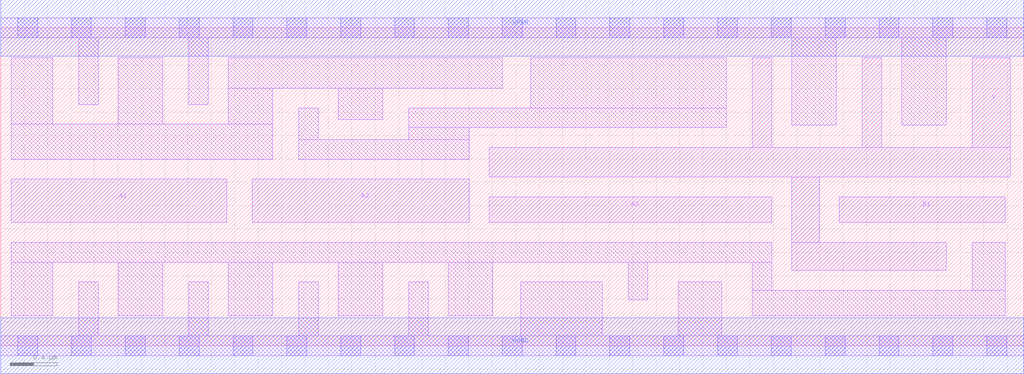
<source format=lef>
# Copyright 2020 The SkyWater PDK Authors
#
# Licensed under the Apache License, Version 2.0 (the "License");
# you may not use this file except in compliance with the License.
# You may obtain a copy of the License at
#
#     https://www.apache.org/licenses/LICENSE-2.0
#
# Unless required by applicable law or agreed to in writing, software
# distributed under the License is distributed on an "AS IS" BASIS,
# WITHOUT WARRANTIES OR CONDITIONS OF ANY KIND, either express or implied.
# See the License for the specific language governing permissions and
# limitations under the License.
#
# SPDX-License-Identifier: Apache-2.0

VERSION 5.7 ;
BUSBITCHARS "[]" ;
DIVIDERCHAR "/" ;
PROPERTYDEFINITIONS
  MACRO maskLayoutSubType STRING ;
  MACRO prCellType STRING ;
  MACRO originalViewName STRING ;
END PROPERTYDEFINITIONS
MACRO sky130_fd_sc_hdll__o31ai_4
  ORIGIN  0.000000  0.000000 ;
  CLASS CORE ;
  SYMMETRY X Y R90 ;
  SIZE  8.740000 BY  2.720000 ;
  SITE unithd ;
  PIN A1
    ANTENNAGATEAREA  1.110000 ;
    DIRECTION INPUT ;
    USE SIGNAL ;
    PORT
      LAYER li1 ;
        RECT 0.090000 1.055000 1.930000 1.425000 ;
    END
  END A1
  PIN A2
    ANTENNAGATEAREA  1.110000 ;
    DIRECTION INPUT ;
    USE SIGNAL ;
    PORT
      LAYER li1 ;
        RECT 2.150000 1.055000 4.005000 1.425000 ;
    END
  END A2
  PIN A3
    ANTENNAGATEAREA  1.110000 ;
    DIRECTION INPUT ;
    USE SIGNAL ;
    PORT
      LAYER li1 ;
        RECT 4.175000 1.055000 6.590000 1.275000 ;
    END
  END A3
  PIN B1
    ANTENNAGATEAREA  1.110000 ;
    DIRECTION INPUT ;
    USE SIGNAL ;
    PORT
      LAYER li1 ;
        RECT 7.165000 1.055000 8.585000 1.275000 ;
    END
  END B1
  PIN VGND
    DIRECTION INOUT ;
    USE SIGNAL ;
    PORT
      LAYER met1 ;
        RECT 0.000000 -0.240000 8.740000 0.240000 ;
    END
  END VGND
  PIN VPWR
    DIRECTION INOUT ;
    USE SIGNAL ;
    PORT
      LAYER met1 ;
        RECT 0.000000 2.480000 8.740000 2.960000 ;
    END
  END VPWR
  PIN Y
    ANTENNADIFFAREA  1.851000 ;
    DIRECTION OUTPUT ;
    USE SIGNAL ;
    PORT
      LAYER li1 ;
        RECT 4.175000 1.445000 8.625000 1.695000 ;
        RECT 6.420000 1.695000 6.590000 2.465000 ;
        RECT 6.760000 0.645000 8.080000 0.885000 ;
        RECT 6.760000 0.885000 6.995000 1.445000 ;
        RECT 7.360000 1.695000 7.530000 2.465000 ;
        RECT 8.300000 1.695000 8.625000 2.465000 ;
    END
  END Y
  OBS
    LAYER li1 ;
      RECT 0.000000 -0.085000 8.740000 0.085000 ;
      RECT 0.000000  2.635000 8.740000 2.805000 ;
      RECT 0.090000  0.255000 0.445000 0.715000 ;
      RECT 0.090000  0.715000 6.590000 0.885000 ;
      RECT 0.090000  1.595000 2.325000 1.895000 ;
      RECT 0.090000  1.895000 0.445000 2.465000 ;
      RECT 0.665000  0.085000 0.835000 0.545000 ;
      RECT 0.665000  2.065000 0.835000 2.635000 ;
      RECT 1.005000  0.255000 1.385000 0.715000 ;
      RECT 1.005000  1.895000 1.385000 2.465000 ;
      RECT 1.605000  0.085000 1.775000 0.545000 ;
      RECT 1.605000  2.065000 1.775000 2.635000 ;
      RECT 1.945000  0.255000 2.325000 0.715000 ;
      RECT 1.945000  1.895000 2.325000 2.205000 ;
      RECT 1.945000  2.205000 4.285000 2.465000 ;
      RECT 2.545000  0.085000 2.715000 0.545000 ;
      RECT 2.545000  1.595000 4.005000 1.765000 ;
      RECT 2.545000  1.765000 2.715000 2.035000 ;
      RECT 2.885000  0.255000 3.265000 0.715000 ;
      RECT 2.885000  1.935000 3.265000 2.205000 ;
      RECT 3.485000  0.085000 3.655000 0.545000 ;
      RECT 3.485000  1.765000 4.005000 1.865000 ;
      RECT 3.485000  1.865000 6.200000 2.035000 ;
      RECT 3.825000  0.255000 4.205000 0.715000 ;
      RECT 4.445000  0.085000 5.140000 0.545000 ;
      RECT 4.530000  2.035000 6.200000 2.465000 ;
      RECT 5.360000  0.395000 5.530000 0.715000 ;
      RECT 5.790000  0.085000 6.160000 0.545000 ;
      RECT 6.420000  0.255000 8.585000 0.475000 ;
      RECT 6.420000  0.475000 6.590000 0.715000 ;
      RECT 6.760000  1.890000 7.140000 2.635000 ;
      RECT 7.700000  1.890000 8.080000 2.635000 ;
      RECT 8.300000  0.475000 8.585000 0.885000 ;
    LAYER mcon ;
      RECT 0.145000 -0.085000 0.315000 0.085000 ;
      RECT 0.145000  2.635000 0.315000 2.805000 ;
      RECT 0.605000 -0.085000 0.775000 0.085000 ;
      RECT 0.605000  2.635000 0.775000 2.805000 ;
      RECT 1.065000 -0.085000 1.235000 0.085000 ;
      RECT 1.065000  2.635000 1.235000 2.805000 ;
      RECT 1.525000 -0.085000 1.695000 0.085000 ;
      RECT 1.525000  2.635000 1.695000 2.805000 ;
      RECT 1.985000 -0.085000 2.155000 0.085000 ;
      RECT 1.985000  2.635000 2.155000 2.805000 ;
      RECT 2.445000 -0.085000 2.615000 0.085000 ;
      RECT 2.445000  2.635000 2.615000 2.805000 ;
      RECT 2.905000 -0.085000 3.075000 0.085000 ;
      RECT 2.905000  2.635000 3.075000 2.805000 ;
      RECT 3.365000 -0.085000 3.535000 0.085000 ;
      RECT 3.365000  2.635000 3.535000 2.805000 ;
      RECT 3.825000 -0.085000 3.995000 0.085000 ;
      RECT 3.825000  2.635000 3.995000 2.805000 ;
      RECT 4.285000 -0.085000 4.455000 0.085000 ;
      RECT 4.285000  2.635000 4.455000 2.805000 ;
      RECT 4.745000 -0.085000 4.915000 0.085000 ;
      RECT 4.745000  2.635000 4.915000 2.805000 ;
      RECT 5.205000 -0.085000 5.375000 0.085000 ;
      RECT 5.205000  2.635000 5.375000 2.805000 ;
      RECT 5.665000 -0.085000 5.835000 0.085000 ;
      RECT 5.665000  2.635000 5.835000 2.805000 ;
      RECT 6.125000 -0.085000 6.295000 0.085000 ;
      RECT 6.125000  2.635000 6.295000 2.805000 ;
      RECT 6.585000 -0.085000 6.755000 0.085000 ;
      RECT 6.585000  2.635000 6.755000 2.805000 ;
      RECT 7.045000 -0.085000 7.215000 0.085000 ;
      RECT 7.045000  2.635000 7.215000 2.805000 ;
      RECT 7.505000 -0.085000 7.675000 0.085000 ;
      RECT 7.505000  2.635000 7.675000 2.805000 ;
      RECT 7.965000 -0.085000 8.135000 0.085000 ;
      RECT 7.965000  2.635000 8.135000 2.805000 ;
      RECT 8.425000 -0.085000 8.595000 0.085000 ;
      RECT 8.425000  2.635000 8.595000 2.805000 ;
  END
  PROPERTY maskLayoutSubType "abstract" ;
  PROPERTY prCellType "standard" ;
  PROPERTY originalViewName "layout" ;
END sky130_fd_sc_hdll__o31ai_4
END LIBRARY

</source>
